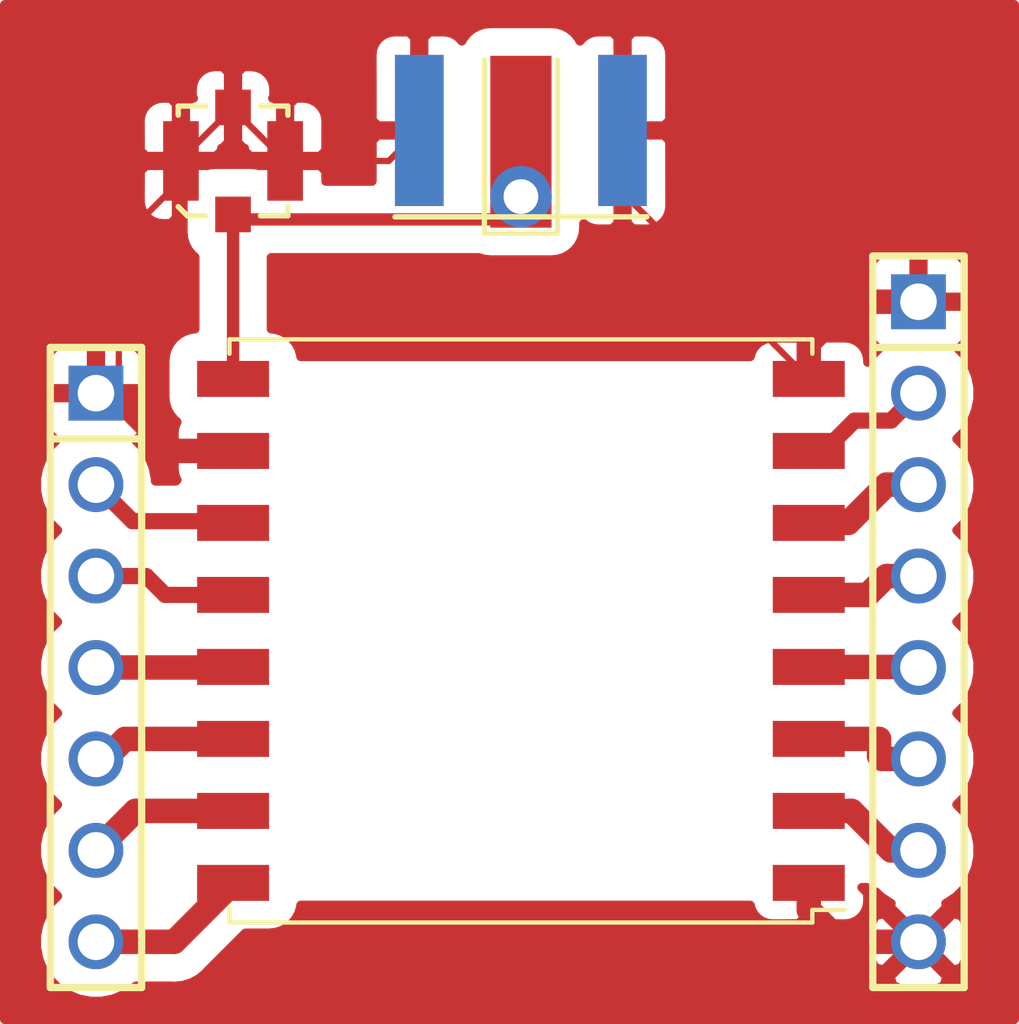
<source format=kicad_pcb>
(kicad_pcb (version 20171130) (host pcbnew "(5.1.9)-1")

  (general
    (thickness 1.6)
    (drawings 0)
    (tracks 57)
    (zones 0)
    (modules 6)
    (nets 15)
  )

  (page A4)
  (layers
    (0 F.Cu signal)
    (31 B.Cu signal)
    (32 B.Adhes user hide)
    (33 F.Adhes user hide)
    (34 B.Paste user hide)
    (35 F.Paste user hide)
    (36 B.SilkS user hide)
    (37 F.SilkS user hide)
    (38 B.Mask user hide)
    (39 F.Mask user hide)
    (40 Dwgs.User user)
    (41 Cmts.User user hide)
    (42 Eco1.User user hide)
    (43 Eco2.User user hide)
    (44 Edge.Cuts user)
    (45 Margin user hide)
    (46 B.CrtYd user hide)
    (47 F.CrtYd user)
    (48 B.Fab user hide)
    (49 F.Fab user hide)
  )

  (setup
    (last_trace_width 0.25)
    (user_trace_width 0.174244)
    (user_trace_width 0.45)
    (user_trace_width 0.68)
    (trace_clearance 0.2)
    (zone_clearance 0.508)
    (zone_45_only yes)
    (trace_min 0.2)
    (via_size 0.8)
    (via_drill 0.4)
    (via_min_size 0.4)
    (via_min_drill 0.3)
    (uvia_size 0.3)
    (uvia_drill 0.1)
    (uvias_allowed no)
    (uvia_min_size 0.2)
    (uvia_min_drill 0.1)
    (edge_width 0.05)
    (segment_width 0.2)
    (pcb_text_width 0.3)
    (pcb_text_size 1.5 1.5)
    (mod_edge_width 0.12)
    (mod_text_size 1 1)
    (mod_text_width 0.15)
    (pad_size 2 1)
    (pad_drill 0)
    (pad_to_mask_clearance 0)
    (aux_axis_origin 0 0)
    (visible_elements 7FFFFFFF)
    (pcbplotparams
      (layerselection 0x010fc_ffffffff)
      (usegerberextensions false)
      (usegerberattributes true)
      (usegerberadvancedattributes true)
      (creategerberjobfile true)
      (excludeedgelayer true)
      (linewidth 0.100000)
      (plotframeref false)
      (viasonmask false)
      (mode 1)
      (useauxorigin false)
      (hpglpennumber 1)
      (hpglpenspeed 20)
      (hpglpendiameter 15.000000)
      (psnegative false)
      (psa4output false)
      (plotreference true)
      (plotvalue true)
      (plotinvisibletext false)
      (padsonsilk false)
      (subtractmaskfromsilk false)
      (outputformat 1)
      (mirror false)
      (drillshape 1)
      (scaleselection 1)
      (outputdirectory ""))
  )

  (net 0 "")
  (net 1 /DIO2)
  (net 2 /DIO1)
  (net 3 /3V3)
  (net 4 /DIO0)
  (net 5 "Net-(P1-Pad3)")
  (net 6 "Net-(P1-Pad2)")
  (net 7 /GND)
  (net 8 /MOSI)
  (net 9 /NSS)
  (net 10 /RST)
  (net 11 "Net-(P2-Pad2)")
  (net 12 /MISO)
  (net 13 /SCK)
  (net 14 "Net-(U1-Pad9)")

  (net_class Default "This is the default net class."
    (clearance 0.2)
    (trace_width 0.25)
    (via_dia 0.8)
    (via_drill 0.4)
    (uvia_dia 0.3)
    (uvia_drill 0.1)
    (add_net /3V3)
    (add_net /DIO0)
    (add_net /DIO1)
    (add_net /DIO2)
    (add_net /GND)
    (add_net /MISO)
    (add_net /MOSI)
    (add_net /NSS)
    (add_net /RST)
    (add_net /SCK)
    (add_net "Net-(P1-Pad2)")
    (add_net "Net-(P1-Pad3)")
    (add_net "Net-(P2-Pad2)")
    (add_net "Net-(U1-Pad9)")
  )

  (module Connector:U.FL-R-SMT (layer F.Cu) (tedit 60247CCA) (tstamp 602479C4)
    (at 124.333 93.2434)
    (path /561159A2)
    (attr smd)
    (fp_text reference J1 (at 1.524 2.5146) (layer F.SilkS) hide
      (effects (font (size 1.016 1.016) (thickness 0.2032)))
    )
    (fp_text value u.FL (at 0 3.81) (layer F.Fab) hide
      (effects (font (size 1.016 1.016) (thickness 0.2032)))
    )
    (fp_line (start 1.524 1.27) (end 1.524 1.524) (layer F.SilkS) (width 0.15))
    (fp_line (start -1.524 -1.524) (end -1.524 -1.27) (layer F.SilkS) (width 0.15))
    (fp_line (start 1.524 -1.524) (end 1.524 -1.27) (layer F.SilkS) (width 0.15))
    (fp_line (start -1.27 1.524) (end -0.762 1.524) (layer F.SilkS) (width 0.15))
    (fp_line (start -1.524 1.27) (end -1.27 1.524) (layer F.SilkS) (width 0.15))
    (fp_line (start -1.524 -1.524) (end -0.762 -1.524) (layer F.SilkS) (width 0.15))
    (fp_line (start 0.762 1.524) (end 1.524 1.524) (layer F.SilkS) (width 0.15))
    (fp_line (start 0.762 -1.524) (end 1.524 -1.524) (layer F.SilkS) (width 0.15))
    (pad 3 smd rect (at 0 -1.4859) (size 0.9906 0.9906) (layers F.Cu F.Paste F.Mask)
      (net 7 /GND))
    (pad 2 smd rect (at -1.4478 0) (size 0.9906 2.2098) (layers F.Cu F.Paste F.Mask)
      (net 7 /GND))
    (pad 4 smd rect (at 1.4478 0) (size 0.9906 2.2098) (layers F.Cu F.Paste F.Mask)
      (net 7 /GND))
    (pad 1 smd rect (at 0 1.4859) (size 0.9906 0.9906) (layers F.Cu F.Paste F.Mask))
    (model C:/Engineering/KiCAD_Libraries/3D/Connectors/RF/VRML/UFL-R-SMT.wrl_
      (at (xyz 0 0 0))
      (scale (xyz 1 1 1))
      (rotate (xyz 0 0 0))
    )
  )

  (module Passive:ANTENNA_HELICAL_RA (layer F.Cu) (tedit 5AC91881) (tstamp 6024E84E)
    (at 132.334 94.234)
    (path /56130BF5)
    (fp_text reference AE1 (at 0 1.778) (layer F.SilkS) hide
      (effects (font (size 1.016 1.016) (thickness 0.2032)))
    )
    (fp_text value Antenna_Helical_RA (at 0 1.778) (layer F.SilkS) hide
      (effects (font (size 1.016 1.016) (thickness 0.2032)))
    )
    (fp_line (start 1.016 1.016) (end 1.016 -3.81) (layer F.SilkS) (width 0.15))
    (fp_line (start -1.016 -3.81) (end -1.016 1.016) (layer F.SilkS) (width 0.15))
    (fp_line (start -1.016 1.016) (end 1.016 1.016) (layer F.SilkS) (width 0.15))
    (pad 1 smd rect (at 0 -1.524) (size 1.7018 4.7752) (layers F.Cu F.Mask))
    (pad 1 thru_hole circle (at 0 0) (size 1.7018 1.7018) (drill 0.9652) (layers *.Cu *.Mask))
    (model C:/Engineering/KiCAD_Libraries/3D/Discrete/Passive/Antenna/VRML/SW868-TH13.wrl_
      (at (xyz 0 0 0))
      (scale (xyz 1 1 1))
      (rotate (xyz 0 0 0))
    )
  )

  (module Connector:SMA_EDGE (layer F.Cu) (tedit 60247C92) (tstamp 60247C98)
    (at 132.334 90.297 270)
    (path /561309D6)
    (fp_text reference J2 (at 1.143 4.572) (layer F.SilkS) hide
      (effects (font (size 1.016 1.016) (thickness 0.2032)))
    )
    (fp_text value SMA (at 2.1 4.5 270) (layer F.Fab)
      (effects (font (size 1.016 1.016) (thickness 0.2032)))
    )
    (fp_line (start 0.2 -3.8) (end 1.2 -4.7) (layer F.Fab) (width 0.127))
    (fp_line (start 0.2 -3.8) (end 0.7 -4) (layer F.Fab) (width 0.127))
    (fp_line (start 0.2 -3.8) (end 0.4 -4.2) (layer F.Fab) (width 0.127))
    (fp_line (start 0 -3.5) (end 0 3.5) (layer F.Fab) (width 0.127))
    (fp_line (start 4.5 -3.5) (end 4.5 3.5) (layer F.SilkS) (width 0.15))
    (fp_text user "PCB Edge" (at 3.1 -5 270) (layer F.Fab) hide
      (effects (font (size 0.5 0.5) (thickness 0.1)))
    )
    (pad 1 connect rect (at 1.9 0 270) (size 3.6 1.27) (layers F.Cu F.Mask))
    (pad 3 connect rect (at 2.1 2.825 270) (size 4.199999 1.35) (layers F.Cu F.Mask)
      (net 7 /GND))
    (pad 2 connect rect (at 2.1 -2.825 270) (size 4.199999 1.35) (layers F.Cu F.Mask)
      (net 7 /GND))
    (pad "" connect rect (at 2.1 -2.825 270) (size 4.2 1.35) (layers B.Cu B.Mask))
    (pad "" connect rect (at 2.1 2.825 270) (size 4.2 1.35) (layers B.Cu B.Mask))
    (model C:/Engineering/KiCAD_Libraries/3D/Connectors/RF/VRML/SMA_EDGE.wrl
      (at (xyz 0 0 0))
      (scale (xyz 1 1 1))
      (rotate (xyz 0 0 0))
    )
  )

  (module Header:HEADER_M_2.54MM_1R7P_ST_AU_PTH (layer F.Cu) (tedit 5483E3A0) (tstamp 6024E41D)
    (at 120.523 107.315 270)
    (tags Header)
    (path /60249194)
    (fp_text reference P1 (at 0 2.54 90) (layer F.SilkS) hide
      (effects (font (size 1.016 1.016) (thickness 0.127)))
    )
    (fp_text value H1 (at 0 -2.54 90) (layer F.SilkS) hide
      (effects (font (size 1.016 1.016) (thickness 0.127)))
    )
    (fp_line (start 3.81 1.27) (end 8.89 1.27) (layer F.SilkS) (width 0.2032))
    (fp_line (start 3.81 -1.27) (end 8.89 -1.27) (layer F.SilkS) (width 0.2032))
    (fp_line (start -1.27 1.27) (end 3.81 1.27) (layer F.SilkS) (width 0.2032))
    (fp_line (start -1.27 -1.27) (end 3.81 -1.27) (layer F.SilkS) (width 0.2032))
    (fp_line (start -6.35 -1.27) (end -6.35 1.27) (layer F.SilkS) (width 0.2032))
    (fp_line (start -8.89 -1.27) (end -8.89 1.27) (layer F.SilkS) (width 0.2032))
    (fp_line (start -8.89 1.27) (end -1.27 1.27) (layer F.SilkS) (width 0.2032))
    (fp_line (start 8.89 1.27) (end 8.89 -1.27) (layer F.SilkS) (width 0.2032))
    (fp_line (start -1.27 -1.27) (end -8.89 -1.27) (layer F.SilkS) (width 0.2032))
    (pad 7 thru_hole circle (at 7.62 0 270) (size 1.524 1.524) (drill 1.016) (layers *.Cu *.Mask)
      (net 1 /DIO2))
    (pad 6 thru_hole circle (at 5.08 0 270) (size 1.524 1.524) (drill 1.016) (layers *.Cu *.Mask)
      (net 2 /DIO1))
    (pad 4 thru_hole circle (at 0 0 270) (size 1.524 1.524) (drill 1.016) (layers *.Cu *.Mask)
      (net 3 /3V3))
    (pad 5 thru_hole circle (at 2.54 0 270) (size 1.524 1.524) (drill 1.016) (layers *.Cu *.Mask)
      (net 4 /DIO0))
    (pad 3 thru_hole circle (at -2.54 0 270) (size 1.524 1.524) (drill 1.016) (layers *.Cu *.Mask)
      (net 5 "Net-(P1-Pad3)"))
    (pad 2 thru_hole circle (at -5.08 0 270) (size 1.524 1.524) (drill 1.016) (layers *.Cu *.Mask)
      (net 6 "Net-(P1-Pad2)"))
    (pad 1 thru_hole rect (at -7.62 0 270) (size 1.524 1.524) (drill 1.016) (layers *.Cu *.Mask)
      (net 7 /GND))
    (model C:/Engineering/KiCAD_Libraries/3D/Headers/VRML/HEADER_M_2.54MM_1R7P_ST_AU_PTH.wrl
      (at (xyz 0 0 0))
      (scale (xyz 1 1 1))
      (rotate (xyz 0 0 0))
    )
  )

  (module Header:HEADER_M_2.54MM_1R8P_ST_AU_PTH (layer F.Cu) (tedit 5483E539) (tstamp 6024E35E)
    (at 143.383 106.045 270)
    (tags Header)
    (path /6024B676)
    (fp_text reference P2 (at 0 2.286 90) (layer F.SilkS) hide
      (effects (font (size 1.016 1.016) (thickness 0.127)))
    )
    (fp_text value H2 (at 0 -2.159 90) (layer F.SilkS) hide
      (effects (font (size 1.016 1.016) (thickness 0.127)))
    )
    (fp_line (start 5.08 1.27) (end 10.16 1.27) (layer F.SilkS) (width 0.2032))
    (fp_line (start 5.08 -1.27) (end 10.16 -1.27) (layer F.SilkS) (width 0.2032))
    (fp_line (start 0 1.27) (end 5.08 1.27) (layer F.SilkS) (width 0.2032))
    (fp_line (start 0 -1.27) (end 5.08 -1.27) (layer F.SilkS) (width 0.2032))
    (fp_line (start -2.54 -1.27) (end 0 -1.27) (layer F.SilkS) (width 0.2032))
    (fp_line (start -2.54 1.27) (end 0 1.27) (layer F.SilkS) (width 0.2032))
    (fp_line (start -5.08 1.27) (end -2.54 1.27) (layer F.SilkS) (width 0.2032))
    (fp_line (start -5.08 -1.27) (end -2.54 -1.27) (layer F.SilkS) (width 0.2032))
    (fp_line (start 10.16 -1.27) (end 10.16 1.27) (layer F.SilkS) (width 0.2032))
    (fp_line (start -7.62 -1.27) (end -5.08 -1.27) (layer F.SilkS) (width 0.2032))
    (fp_line (start -7.62 1.27) (end -5.08 1.27) (layer F.SilkS) (width 0.2032))
    (fp_line (start -10.16 1.27) (end -7.62 1.27) (layer F.SilkS) (width 0.2032))
    (fp_line (start -10.16 -1.27) (end -7.62 -1.27) (layer F.SilkS) (width 0.2032))
    (fp_line (start -10.16 1.27) (end -10.16 -1.27) (layer F.SilkS) (width 0.2032))
    (fp_line (start -7.62 -1.27) (end -7.62 1.27) (layer F.SilkS) (width 0.2032))
    (pad 6 thru_hole circle (at 3.81 0 270) (size 1.524 1.524) (drill 1.016) (layers *.Cu *.Mask)
      (net 8 /MOSI))
    (pad 4 thru_hole circle (at -1.27 0 270) (size 1.524 1.524) (drill 1.016) (layers *.Cu *.Mask)
      (net 9 /NSS))
    (pad 3 thru_hole circle (at -3.81 0 270) (size 1.524 1.524) (drill 1.016) (layers *.Cu *.Mask)
      (net 10 /RST))
    (pad 2 thru_hole circle (at -6.35 0 270) (size 1.524 1.524) (drill 1.016) (layers *.Cu *.Mask)
      (net 11 "Net-(P2-Pad2)"))
    (pad 1 thru_hole rect (at -8.89 0 270) (size 1.524 1.524) (drill 1.016) (layers *.Cu *.Mask)
      (net 7 /GND))
    (pad 7 thru_hole circle (at 6.35 0 270) (size 1.524 1.524) (drill 1.016) (layers *.Cu *.Mask)
      (net 12 /MISO))
    (pad 8 thru_hole circle (at 8.89 0 270) (size 1.524 1.524) (drill 1.016) (layers *.Cu *.Mask)
      (net 7 /GND))
    (pad 5 thru_hole circle (at 1.27 0 270) (size 1.524 1.524) (drill 1.016) (layers *.Cu *.Mask)
      (net 13 /SCK))
    (model C:/Engineering/KiCAD_Libraries/3D/Headers/VRML/HEADER_M_2.54MM_1R8P_ST_AU_PTH.wrl
      (at (xyz 0 0 0))
      (scale (xyz 1 1 1))
      (rotate (xyz 0 0 0))
    )
  )

  (module RF_Module:HOPERF_RFM9XW_SMD (layer F.Cu) (tedit 60247DD1) (tstamp 6024DFB8)
    (at 132.334 106.299 180)
    (descr "Low Power Long Range Transceiver Module SMD-16 (https://www.hoperf.com/data/upload/portal/20181127/5bfcbea20e9ef.pdf)")
    (tags "LoRa Low Power Long Range Transceiver Module")
    (path /60254BE6)
    (attr smd)
    (fp_text reference U1 (at 0 -9.2) (layer F.SilkS) hide
      (effects (font (size 1 1) (thickness 0.15)))
    )
    (fp_text value RFM95 (at 0 9.5) (layer F.Fab) hide
      (effects (font (size 1 1) (thickness 0.15)))
    )
    (fp_line (start -7 -8) (end 8 -8) (layer F.Fab) (width 0.1))
    (fp_line (start 8 8) (end 8 -8) (layer F.Fab) (width 0.1))
    (fp_line (start -8 8) (end 8 8) (layer F.Fab) (width 0.1))
    (fp_line (start -8 8) (end -8 -7) (layer F.Fab) (width 0.1))
    (fp_line (start -9.25 -8.25) (end 9.25 -8.25) (layer F.CrtYd) (width 0.05))
    (fp_line (start 9.25 -8.25) (end 9.25 8.25) (layer F.CrtYd) (width 0.05))
    (fp_line (start -9.25 8.25) (end 9.25 8.25) (layer F.CrtYd) (width 0.05))
    (fp_line (start -9.25 8.25) (end -9.25 -8.25) (layer F.CrtYd) (width 0.05))
    (fp_line (start -8.1 -8.1) (end 8.1 -8.1) (layer F.SilkS) (width 0.12))
    (fp_line (start 8.1 -8.1) (end 8.1 -7.7) (layer F.SilkS) (width 0.12))
    (fp_line (start -8.1 7.7) (end -8.1 8.1) (layer F.SilkS) (width 0.12))
    (fp_line (start -8.1 8.1) (end 8.1 8.1) (layer F.SilkS) (width 0.12))
    (fp_line (start 8.1 8.1) (end 8.1 7.7) (layer F.SilkS) (width 0.12))
    (fp_line (start -8.1 -8.1) (end -8.1 -7.75) (layer F.SilkS) (width 0.12))
    (fp_line (start -8.1 -7.75) (end -9 -7.75) (layer F.SilkS) (width 0.12))
    (fp_line (start -7 -8) (end -8 -7) (layer F.Fab) (width 0.1))
    (fp_text user %R (at 0 0) (layer F.Fab) hide
      (effects (font (size 1 1) (thickness 0.15)))
    )
    (pad 1 smd rect (at -8 -7 180) (size 2 1) (layers F.Cu F.Paste F.Mask)
      (net 7 /GND))
    (pad 2 smd rect (at -8 -5 180) (size 2 1) (layers F.Cu F.Paste F.Mask)
      (net 12 /MISO))
    (pad 3 smd rect (at -8 -3 180) (size 2 1) (layers F.Cu F.Paste F.Mask)
      (net 8 /MOSI))
    (pad 4 smd rect (at -8 -1 180) (size 2 1) (layers F.Cu F.Paste F.Mask)
      (net 13 /SCK))
    (pad 5 smd rect (at -8 1 180) (size 2 1) (layers F.Cu F.Paste F.Mask)
      (net 9 /NSS))
    (pad 6 smd rect (at -8 3 180) (size 2 1) (layers F.Cu F.Paste F.Mask)
      (net 10 /RST))
    (pad 7 smd rect (at -8 5 180) (size 2 1) (layers F.Cu F.Paste F.Mask)
      (net 11 "Net-(P2-Pad2)"))
    (pad 8 smd rect (at -8 7 180) (size 2 1) (layers F.Cu F.Paste F.Mask)
      (net 7 /GND))
    (pad 9 smd rect (at 8 7 180) (size 2 1) (layers F.Cu F.Paste F.Mask)
      (net 14 "Net-(U1-Pad9)"))
    (pad 10 smd rect (at 8 5 180) (size 2 1) (layers F.Cu F.Paste F.Mask)
      (net 7 /GND))
    (pad 11 smd rect (at 8 3 180) (size 2 1) (layers F.Cu F.Paste F.Mask)
      (net 6 "Net-(P1-Pad2)"))
    (pad 12 smd rect (at 8 1 180) (size 2 1) (layers F.Cu F.Paste F.Mask)
      (net 5 "Net-(P1-Pad3)"))
    (pad 13 smd rect (at 8 -1 180) (size 2 1) (layers F.Cu F.Paste F.Mask)
      (net 3 /3V3))
    (pad 14 smd rect (at 8 -3 180) (size 2 1) (layers F.Cu F.Paste F.Mask)
      (net 4 /DIO0))
    (pad 15 smd rect (at 8 -5 180) (size 2 1) (layers F.Cu F.Paste F.Mask)
      (net 2 /DIO1))
    (pad 16 smd rect (at 8 -7 180) (size 2 1) (layers F.Cu F.Paste F.Mask)
      (net 1 /DIO2))
    (model ${KISYS3DMOD}/RF_Module.3dshapes/HOPERF_RFM9XW_SMD.wrl
      (at (xyz 0 0 0))
      (scale (xyz 1 1 1))
      (rotate (xyz 0 0 0))
    )
  )

  (segment (start 131.699 94.869) (end 124.5997 94.869) (width 0.3429) (layer F.Cu) (net 0) (tstamp 60247A22))
  (segment (start 132.334 94.234) (end 131.699 94.869) (width 0.3429) (layer F.Cu) (net 0) (tstamp 60247C2E))
  (segment (start 132.334 94.234) (end 132.334 92.71) (width 0.3429) (layer F.Cu) (net 0) (tstamp 60247C4D))
  (segment (start 122.698 114.935) (end 124.334 113.299) (width 0.68) (layer F.Cu) (net 1))
  (segment (start 120.523 114.935) (end 122.698 114.935) (width 0.68) (layer F.Cu) (net 1))
  (segment (start 121.619 111.299) (end 124.334 111.299) (width 0.68) (layer F.Cu) (net 2))
  (segment (start 120.523 112.395) (end 121.619 111.299) (width 0.68) (layer F.Cu) (net 2))
  (segment (start 124.318 107.315) (end 124.334 107.299) (width 0.68) (layer F.Cu) (net 3))
  (segment (start 120.523 107.315) (end 124.318 107.315) (width 0.68) (layer F.Cu) (net 3))
  (segment (start 120.523 109.855) (end 120.777 109.855) (width 0.68) (layer F.Cu) (net 4))
  (segment (start 121.333 109.299) (end 124.334 109.299) (width 0.68) (layer F.Cu) (net 4))
  (segment (start 120.777 109.855) (end 121.333 109.299) (width 0.68) (layer F.Cu) (net 4))
  (segment (start 120.523 104.775) (end 121.92 104.775) (width 0.45) (layer F.Cu) (net 5))
  (segment (start 122.444 105.299) (end 124.334 105.299) (width 0.45) (layer F.Cu) (net 5))
  (segment (start 121.92 104.775) (end 122.444 105.299) (width 0.45) (layer F.Cu) (net 5))
  (segment (start 120.523 102.235) (end 121.539 103.251) (width 0.45) (layer F.Cu) (net 6))
  (segment (start 124.286 103.251) (end 124.334 103.299) (width 0.45) (layer F.Cu) (net 6))
  (segment (start 121.539 103.251) (end 124.286 103.251) (width 0.45) (layer F.Cu) (net 6))
  (segment (start 122.8852 93.2053) (end 124.333 91.7575) (width 0.174244) (layer F.Cu) (net 7))
  (segment (start 122.8852 93.2434) (end 122.8852 93.2053) (width 0.174244) (layer F.Cu) (net 7))
  (segment (start 124.333 91.7956) (end 125.7808 93.2434) (width 0.174244) (layer F.Cu) (net 7))
  (segment (start 140.334 99.299) (end 140.334 98.299) (width 0.68) (layer F.Cu) (net 7))
  (segment (start 141.478 97.155) (end 143.383 97.155) (width 0.68) (layer F.Cu) (net 7))
  (segment (start 140.334 98.299) (end 141.478 97.155) (width 0.68) (layer F.Cu) (net 7))
  (segment (start 140.334 113.299) (end 140.334 114.045) (width 0.68) (layer F.Cu) (net 7))
  (segment (start 141.224 114.935) (end 143.383 114.935) (width 0.68) (layer F.Cu) (net 7))
  (segment (start 140.334 114.045) (end 141.224 114.935) (width 0.68) (layer F.Cu) (net 7))
  (segment (start 120.523 99.695) (end 121.031 99.695) (width 0.68) (layer F.Cu) (net 7))
  (segment (start 122.635 101.299) (end 124.334 101.299) (width 0.68) (layer F.Cu) (net 7))
  (segment (start 121.031 99.695) (end 122.635 101.299) (width 0.68) (layer F.Cu) (net 7))
  (segment (start 120.523 99.695) (end 121.158 99.695) (width 0.174244) (layer F.Cu) (net 7))
  (segment (start 121.158 95.499875) (end 123.149838 93.508037) (width 0.174244) (layer F.Cu) (net 7))
  (segment (start 121.158 99.695) (end 121.158 95.499875) (width 0.174244) (layer F.Cu) (net 7))
  (segment (start 135.159 94.124) (end 140.334 99.299) (width 0.174244) (layer F.Cu) (net 7))
  (segment (start 135.159 92.397) (end 135.159 94.124) (width 0.174244) (layer F.Cu) (net 7))
  (segment (start 128.6626 93.2434) (end 129.509 92.397) (width 0.174244) (layer F.Cu) (net 7))
  (segment (start 125.7808 93.2434) (end 128.6626 93.2434) (width 0.174244) (layer F.Cu) (net 7))
  (segment (start 142.367 109.855) (end 143.383 109.855) (width 0.68) (layer F.Cu) (net 8))
  (segment (start 142.288 109.776) (end 142.367 109.855) (width 0.68) (layer F.Cu) (net 8))
  (segment (start 142.288 109.299) (end 142.288 109.776) (width 0.68) (layer F.Cu) (net 8))
  (segment (start 140.334 109.299) (end 142.288 109.299) (width 0.68) (layer F.Cu) (net 8))
  (segment (start 140.334 105.299) (end 141.97 105.299) (width 0.68) (layer F.Cu) (net 9))
  (segment (start 142.494 104.775) (end 143.383 104.775) (width 0.68) (layer F.Cu) (net 9))
  (segment (start 141.97 105.299) (end 142.494 104.775) (width 0.68) (layer F.Cu) (net 9))
  (segment (start 140.334 103.299) (end 141.43 103.299) (width 0.68) (layer F.Cu) (net 10))
  (segment (start 142.494 102.235) (end 143.383 102.235) (width 0.68) (layer F.Cu) (net 10))
  (segment (start 141.43 103.299) (end 142.494 102.235) (width 0.68) (layer F.Cu) (net 10))
  (segment (start 140.334 101.299) (end 140.763 101.299) (width 0.45) (layer F.Cu) (net 11))
  (segment (start 140.763 101.299) (end 141.605 100.457) (width 0.45) (layer F.Cu) (net 11))
  (segment (start 142.621001 100.456999) (end 143.383 99.695) (width 0.45) (layer F.Cu) (net 11))
  (segment (start 141.605 100.457) (end 142.621001 100.456999) (width 0.45) (layer F.Cu) (net 11))
  (segment (start 140.334 111.299) (end 141.525 111.299) (width 0.68) (layer F.Cu) (net 12))
  (segment (start 142.621 112.395) (end 143.383 112.395) (width 0.68) (layer F.Cu) (net 12))
  (segment (start 141.525 111.299) (end 142.621 112.395) (width 0.68) (layer F.Cu) (net 12))
  (segment (start 143.367 107.299) (end 143.383 107.315) (width 0.68) (layer F.Cu) (net 13))
  (segment (start 140.334 107.299) (end 143.367 107.299) (width 0.68) (layer F.Cu) (net 13))
  (segment (start 124.334 94.7303) (end 124.334 99.299) (width 0.3429) (layer F.Cu) (net 14) (tstamp 60247949))

  (zone (net 7) (net_name /GND) (layer F.Cu) (tstamp 0) (hatch edge 0.508)
    (connect_pads (clearance 0.762))
    (min_thickness 0.254)
    (fill yes (arc_segments 32) (thermal_gap 0.508) (thermal_bridge_width 0.508))
    (polygon
      (pts
        (xy 146.177 117.221) (xy 117.856 117.221) (xy 117.856 88.773) (xy 146.177 88.773)
      )
    )
    (filled_polygon
      (pts
        (xy 146.05 117.094) (xy 117.983 117.094) (xy 117.983 102.072391) (xy 118.872 102.072391) (xy 118.872 102.397609)
        (xy 118.935447 102.716579) (xy 119.059903 103.017042) (xy 119.240585 103.287451) (xy 119.458134 103.505) (xy 119.240585 103.722549)
        (xy 119.059903 103.992958) (xy 118.935447 104.293421) (xy 118.872 104.612391) (xy 118.872 104.937609) (xy 118.935447 105.256579)
        (xy 119.059903 105.557042) (xy 119.240585 105.827451) (xy 119.458134 106.045) (xy 119.240585 106.262549) (xy 119.059903 106.532958)
        (xy 118.935447 106.833421) (xy 118.872 107.152391) (xy 118.872 107.477609) (xy 118.935447 107.796579) (xy 119.059903 108.097042)
        (xy 119.240585 108.367451) (xy 119.458134 108.585) (xy 119.240585 108.802549) (xy 119.059903 109.072958) (xy 118.935447 109.373421)
        (xy 118.872 109.692391) (xy 118.872 110.017609) (xy 118.935447 110.336579) (xy 119.059903 110.637042) (xy 119.240585 110.907451)
        (xy 119.458134 111.125) (xy 119.240585 111.342549) (xy 119.059903 111.612958) (xy 118.935447 111.913421) (xy 118.872 112.232391)
        (xy 118.872 112.557609) (xy 118.935447 112.876579) (xy 119.059903 113.177042) (xy 119.240585 113.447451) (xy 119.458134 113.665)
        (xy 119.240585 113.882549) (xy 119.059903 114.152958) (xy 118.935447 114.453421) (xy 118.872 114.772391) (xy 118.872 115.097609)
        (xy 118.935447 115.416579) (xy 119.059903 115.717042) (xy 119.240585 115.987451) (xy 119.470549 116.217415) (xy 119.740958 116.398097)
        (xy 120.041421 116.522553) (xy 120.360391 116.586) (xy 120.685609 116.586) (xy 121.004579 116.522553) (xy 121.305042 116.398097)
        (xy 121.575451 116.217415) (xy 121.628866 116.164) (xy 122.637631 116.164) (xy 122.698 116.169946) (xy 122.758369 116.164)
        (xy 122.758371 116.164) (xy 122.938926 116.146217) (xy 123.170593 116.075941) (xy 123.384099 115.96182) (xy 123.458738 115.900565)
        (xy 142.59704 115.900565) (xy 142.66402 116.140656) (xy 142.913048 116.257756) (xy 143.180135 116.324023) (xy 143.455017 116.33691)
        (xy 143.727133 116.295922) (xy 143.986023 116.202636) (xy 144.10198 116.140656) (xy 144.16896 115.900565) (xy 143.383 115.114605)
        (xy 142.59704 115.900565) (xy 123.458738 115.900565) (xy 123.571239 115.808239) (xy 123.609731 115.761336) (xy 124.36405 115.007017)
        (xy 141.98109 115.007017) (xy 142.022078 115.279133) (xy 142.115364 115.538023) (xy 142.177344 115.65398) (xy 142.417435 115.72096)
        (xy 143.203395 114.935) (xy 143.562605 114.935) (xy 144.348565 115.72096) (xy 144.588656 115.65398) (xy 144.705756 115.404952)
        (xy 144.772023 115.137865) (xy 144.78491 114.862983) (xy 144.743922 114.590867) (xy 144.650636 114.331977) (xy 144.588656 114.21602)
        (xy 144.348565 114.14904) (xy 143.562605 114.935) (xy 143.203395 114.935) (xy 142.417435 114.14904) (xy 142.177344 114.21602)
        (xy 142.060244 114.465048) (xy 141.993977 114.732135) (xy 141.98109 115.007017) (xy 124.36405 115.007017) (xy 124.678767 114.692301)
        (xy 125.334 114.692301) (xy 125.508274 114.675136) (xy 125.675851 114.624303) (xy 125.830291 114.541753) (xy 125.965659 114.430659)
        (xy 126.076753 114.295291) (xy 126.159303 114.140851) (xy 126.210136 113.973274) (xy 126.215482 113.919) (xy 138.707747 113.919)
        (xy 138.708188 113.923482) (xy 138.744498 114.04318) (xy 138.803463 114.153494) (xy 138.882815 114.250185) (xy 138.979506 114.329537)
        (xy 139.08982 114.388502) (xy 139.209518 114.424812) (xy 139.334 114.437072) (xy 140.04825 114.434) (xy 140.207 114.27525)
        (xy 140.207 113.426) (xy 140.187 113.426) (xy 140.187 113.172) (xy 140.207 113.172) (xy 140.207 113.152)
        (xy 140.461 113.152) (xy 140.461 113.172) (xy 140.481 113.172) (xy 140.481 113.426) (xy 140.461 113.426)
        (xy 140.461 114.27525) (xy 140.61975 114.434) (xy 141.334 114.437072) (xy 141.458482 114.424812) (xy 141.57818 114.388502)
        (xy 141.688494 114.329537) (xy 141.785185 114.250185) (xy 141.864537 114.153494) (xy 141.923502 114.04318) (xy 141.959812 113.923482)
        (xy 141.972072 113.799) (xy 141.969 113.58475) (xy 141.810252 113.426002) (xy 141.942724 113.426002) (xy 141.982853 113.447451)
        (xy 142.148407 113.535941) (xy 142.206783 113.553649) (xy 142.330549 113.677415) (xy 142.600958 113.858097) (xy 142.625289 113.868175)
        (xy 142.59704 113.969435) (xy 143.383 114.755395) (xy 144.16896 113.969435) (xy 144.140711 113.868175) (xy 144.165042 113.858097)
        (xy 144.435451 113.677415) (xy 144.665415 113.447451) (xy 144.846097 113.177042) (xy 144.970553 112.876579) (xy 145.034 112.557609)
        (xy 145.034 112.232391) (xy 144.970553 111.913421) (xy 144.846097 111.612958) (xy 144.665415 111.342549) (xy 144.447866 111.125)
        (xy 144.665415 110.907451) (xy 144.846097 110.637042) (xy 144.970553 110.336579) (xy 145.034 110.017609) (xy 145.034 109.692391)
        (xy 144.970553 109.373421) (xy 144.846097 109.072958) (xy 144.665415 108.802549) (xy 144.447866 108.585) (xy 144.665415 108.367451)
        (xy 144.846097 108.097042) (xy 144.970553 107.796579) (xy 145.034 107.477609) (xy 145.034 107.152391) (xy 144.970553 106.833421)
        (xy 144.846097 106.532958) (xy 144.665415 106.262549) (xy 144.447866 106.045) (xy 144.665415 105.827451) (xy 144.846097 105.557042)
        (xy 144.970553 105.256579) (xy 145.034 104.937609) (xy 145.034 104.612391) (xy 144.970553 104.293421) (xy 144.846097 103.992958)
        (xy 144.665415 103.722549) (xy 144.447866 103.505) (xy 144.665415 103.287451) (xy 144.846097 103.017042) (xy 144.970553 102.716579)
        (xy 145.034 102.397609) (xy 145.034 102.072391) (xy 144.970553 101.753421) (xy 144.846097 101.452958) (xy 144.665415 101.182549)
        (xy 144.447866 100.965) (xy 144.665415 100.747451) (xy 144.846097 100.477042) (xy 144.970553 100.176579) (xy 145.034 99.857609)
        (xy 145.034 99.532391) (xy 144.970553 99.213421) (xy 144.846097 98.912958) (xy 144.665415 98.642549) (xy 144.480536 98.45767)
        (xy 144.499494 98.447537) (xy 144.596185 98.368185) (xy 144.675537 98.271494) (xy 144.734502 98.16118) (xy 144.770812 98.041482)
        (xy 144.783072 97.917) (xy 144.78 97.44075) (xy 144.62125 97.282) (xy 143.51 97.282) (xy 143.51 97.302)
        (xy 143.256 97.302) (xy 143.256 97.282) (xy 142.14475 97.282) (xy 141.986 97.44075) (xy 141.982928 97.917)
        (xy 141.995188 98.041482) (xy 142.031498 98.16118) (xy 142.090463 98.271494) (xy 142.169815 98.368185) (xy 142.266506 98.447537)
        (xy 142.285464 98.45767) (xy 142.100585 98.642549) (xy 141.971546 98.835669) (xy 141.972072 98.799) (xy 141.959812 98.674518)
        (xy 141.923502 98.55482) (xy 141.864537 98.444506) (xy 141.785185 98.347815) (xy 141.688494 98.268463) (xy 141.57818 98.209498)
        (xy 141.458482 98.173188) (xy 141.334 98.160928) (xy 140.61975 98.164) (xy 140.461 98.32275) (xy 140.461 99.172)
        (xy 140.481 99.172) (xy 140.481 99.426) (xy 140.461 99.426) (xy 140.461 99.446) (xy 140.207 99.446)
        (xy 140.207 99.426) (xy 140.187 99.426) (xy 140.187 99.172) (xy 140.207 99.172) (xy 140.207 98.32275)
        (xy 140.04825 98.164) (xy 139.334 98.160928) (xy 139.209518 98.173188) (xy 139.08982 98.209498) (xy 138.979506 98.268463)
        (xy 138.882815 98.347815) (xy 138.803463 98.444506) (xy 138.744498 98.55482) (xy 138.708188 98.674518) (xy 138.707747 98.679)
        (xy 126.215482 98.679) (xy 126.210136 98.624726) (xy 126.159303 98.457149) (xy 126.076753 98.302709) (xy 125.965659 98.167341)
        (xy 125.830291 98.056247) (xy 125.675851 97.973697) (xy 125.508274 97.922864) (xy 125.39445 97.911653) (xy 125.39445 96.393)
        (xy 141.982928 96.393) (xy 141.986 96.86925) (xy 142.14475 97.028) (xy 143.256 97.028) (xy 143.256 95.91675)
        (xy 143.51 95.91675) (xy 143.51 97.028) (xy 144.62125 97.028) (xy 144.78 96.86925) (xy 144.783072 96.393)
        (xy 144.770812 96.268518) (xy 144.734502 96.14882) (xy 144.675537 96.038506) (xy 144.596185 95.941815) (xy 144.499494 95.862463)
        (xy 144.38918 95.803498) (xy 144.269482 95.767188) (xy 144.145 95.754928) (xy 143.66875 95.758) (xy 143.51 95.91675)
        (xy 143.256 95.91675) (xy 143.09725 95.758) (xy 142.621 95.754928) (xy 142.496518 95.767188) (xy 142.37682 95.803498)
        (xy 142.266506 95.862463) (xy 142.169815 95.941815) (xy 142.090463 96.038506) (xy 142.031498 96.14882) (xy 141.995188 96.268518)
        (xy 141.982928 96.393) (xy 125.39445 96.393) (xy 125.39445 95.92945) (xy 131.162832 95.92945) (xy 131.308826 95.973736)
        (xy 131.4831 95.990901) (xy 133.1849 95.990901) (xy 133.359174 95.973736) (xy 133.526751 95.922903) (xy 133.681191 95.840353)
        (xy 133.816559 95.729259) (xy 133.927653 95.593891) (xy 134.010203 95.439451) (xy 134.061036 95.271874) (xy 134.078201 95.0976)
        (xy 134.078201 94.985431) (xy 134.129506 95.027536) (xy 134.23982 95.086501) (xy 134.359518 95.122811) (xy 134.484 95.135071)
        (xy 134.87325 95.131999) (xy 135.032 94.973249) (xy 135.032 92.524) (xy 135.286 92.524) (xy 135.286 94.973249)
        (xy 135.44475 95.131999) (xy 135.834 95.135071) (xy 135.958482 95.122811) (xy 136.07818 95.086501) (xy 136.188494 95.027536)
        (xy 136.285185 94.948184) (xy 136.364537 94.851493) (xy 136.423502 94.741179) (xy 136.459812 94.621481) (xy 136.472072 94.496999)
        (xy 136.469 92.68275) (xy 136.31025 92.524) (xy 135.286 92.524) (xy 135.032 92.524) (xy 135.012 92.524)
        (xy 135.012 92.27) (xy 135.032 92.27) (xy 135.032 89.820751) (xy 135.286 89.820751) (xy 135.286 92.27)
        (xy 136.31025 92.27) (xy 136.469 92.11125) (xy 136.472072 90.297001) (xy 136.459812 90.172519) (xy 136.423502 90.052821)
        (xy 136.364537 89.942507) (xy 136.285185 89.845816) (xy 136.188494 89.766464) (xy 136.07818 89.707499) (xy 135.958482 89.671189)
        (xy 135.834 89.658929) (xy 135.44475 89.662001) (xy 135.286 89.820751) (xy 135.032 89.820751) (xy 134.87325 89.662001)
        (xy 134.484 89.658929) (xy 134.359518 89.671189) (xy 134.23982 89.707499) (xy 134.129506 89.766464) (xy 134.032815 89.845816)
        (xy 133.97551 89.915643) (xy 133.927653 89.826109) (xy 133.816559 89.690741) (xy 133.681191 89.579647) (xy 133.526751 89.497097)
        (xy 133.359174 89.446264) (xy 133.1849 89.429099) (xy 131.4831 89.429099) (xy 131.308826 89.446264) (xy 131.141249 89.497097)
        (xy 130.986809 89.579647) (xy 130.851441 89.690741) (xy 130.740347 89.826109) (xy 130.69249 89.915643) (xy 130.635185 89.845816)
        (xy 130.538494 89.766464) (xy 130.42818 89.707499) (xy 130.308482 89.671189) (xy 130.184 89.658929) (xy 129.79475 89.662001)
        (xy 129.636 89.820751) (xy 129.636 92.27) (xy 129.656 92.27) (xy 129.656 92.524) (xy 129.636 92.524)
        (xy 129.636 92.544) (xy 129.382 92.544) (xy 129.382 92.524) (xy 128.35775 92.524) (xy 128.199 92.68275)
        (xy 128.197094 93.80855) (xy 126.912148 93.80855) (xy 126.9111 93.52915) (xy 126.75235 93.3704) (xy 125.9078 93.3704)
        (xy 125.9078 93.3904) (xy 125.6538 93.3904) (xy 125.6538 93.3704) (xy 125.0439 93.3704) (xy 125.002574 93.357864)
        (xy 124.8283 93.340699) (xy 123.8377 93.340699) (xy 123.663426 93.357864) (xy 123.6221 93.3704) (xy 123.0122 93.3704)
        (xy 123.0122 93.892798) (xy 122.961564 94.059726) (xy 122.944399 94.234) (xy 122.944399 95.2246) (xy 122.961564 95.398874)
        (xy 123.012397 95.566451) (xy 123.094947 95.720891) (xy 123.206041 95.856259) (xy 123.27355 95.911663) (xy 123.273551 97.911653)
        (xy 123.159726 97.922864) (xy 122.992149 97.973697) (xy 122.837709 98.056247) (xy 122.702341 98.167341) (xy 122.591247 98.302709)
        (xy 122.508697 98.457149) (xy 122.457864 98.624726) (xy 122.440699 98.799) (xy 122.440699 99.799) (xy 122.457864 99.973274)
        (xy 122.508697 100.140851) (xy 122.591247 100.295291) (xy 122.702341 100.430659) (xy 122.777774 100.492566) (xy 122.744498 100.55482)
        (xy 122.708188 100.674518) (xy 122.695928 100.799) (xy 122.699 101.01325) (xy 122.85775 101.172) (xy 124.207 101.172)
        (xy 124.207 101.152) (xy 124.461 101.152) (xy 124.461 101.172) (xy 124.481 101.172) (xy 124.481 101.426)
        (xy 124.461 101.426) (xy 124.461 101.446) (xy 124.207 101.446) (xy 124.207 101.426) (xy 122.85775 101.426)
        (xy 122.699 101.58475) (xy 122.695928 101.799) (xy 122.708188 101.923482) (xy 122.744498 102.04318) (xy 122.777774 102.105434)
        (xy 122.739311 102.137) (xy 122.174 102.137) (xy 122.174 102.072391) (xy 122.110553 101.753421) (xy 121.986097 101.452958)
        (xy 121.805415 101.182549) (xy 121.620536 100.99767) (xy 121.639494 100.987537) (xy 121.736185 100.908185) (xy 121.815537 100.811494)
        (xy 121.874502 100.70118) (xy 121.910812 100.581482) (xy 121.923072 100.457) (xy 121.92 99.98075) (xy 121.76125 99.822)
        (xy 120.65 99.822) (xy 120.65 99.842) (xy 120.396 99.842) (xy 120.396 99.822) (xy 119.28475 99.822)
        (xy 119.126 99.98075) (xy 119.122928 100.457) (xy 119.135188 100.581482) (xy 119.171498 100.70118) (xy 119.230463 100.811494)
        (xy 119.309815 100.908185) (xy 119.406506 100.987537) (xy 119.425464 100.99767) (xy 119.240585 101.182549) (xy 119.059903 101.452958)
        (xy 118.935447 101.753421) (xy 118.872 102.072391) (xy 117.983 102.072391) (xy 117.983 98.933) (xy 119.122928 98.933)
        (xy 119.126 99.40925) (xy 119.28475 99.568) (xy 120.396 99.568) (xy 120.396 98.45675) (xy 120.65 98.45675)
        (xy 120.65 99.568) (xy 121.76125 99.568) (xy 121.92 99.40925) (xy 121.923072 98.933) (xy 121.910812 98.808518)
        (xy 121.874502 98.68882) (xy 121.815537 98.578506) (xy 121.736185 98.481815) (xy 121.639494 98.402463) (xy 121.52918 98.343498)
        (xy 121.409482 98.307188) (xy 121.285 98.294928) (xy 120.80875 98.298) (xy 120.65 98.45675) (xy 120.396 98.45675)
        (xy 120.23725 98.298) (xy 119.761 98.294928) (xy 119.636518 98.307188) (xy 119.51682 98.343498) (xy 119.406506 98.402463)
        (xy 119.309815 98.481815) (xy 119.230463 98.578506) (xy 119.171498 98.68882) (xy 119.135188 98.808518) (xy 119.122928 98.933)
        (xy 117.983 98.933) (xy 117.983 94.3483) (xy 121.751828 94.3483) (xy 121.764088 94.472782) (xy 121.800398 94.59248)
        (xy 121.859363 94.702794) (xy 121.938715 94.799485) (xy 122.035406 94.878837) (xy 122.14572 94.937802) (xy 122.265418 94.974112)
        (xy 122.3899 94.986372) (xy 122.59945 94.9833) (xy 122.7582 94.82455) (xy 122.7582 93.3704) (xy 121.91365 93.3704)
        (xy 121.7549 93.52915) (xy 121.751828 94.3483) (xy 117.983 94.3483) (xy 117.983 92.1385) (xy 121.751828 92.1385)
        (xy 121.7549 92.95765) (xy 121.91365 93.1164) (xy 122.7582 93.1164) (xy 122.7582 91.66225) (xy 123.0122 91.66225)
        (xy 123.0122 93.1164) (xy 123.85675 93.1164) (xy 124.0155 92.95765) (xy 124.01576 92.888262) (xy 124.04725 92.8878)
        (xy 124.206 92.72905) (xy 124.206 91.8845) (xy 124.186 91.8845) (xy 124.186 91.6305) (xy 124.206 91.6305)
        (xy 124.206 90.78595) (xy 124.46 90.78595) (xy 124.46 91.6305) (xy 124.48 91.6305) (xy 124.48 91.8845)
        (xy 124.46 91.8845) (xy 124.46 92.72905) (xy 124.61875 92.8878) (xy 124.65024 92.888262) (xy 124.6505 92.95765)
        (xy 124.80925 93.1164) (xy 125.6538 93.1164) (xy 125.6538 91.66225) (xy 125.9078 91.66225) (xy 125.9078 93.1164)
        (xy 126.75235 93.1164) (xy 126.9111 92.95765) (xy 126.914172 92.1385) (xy 126.901912 92.014018) (xy 126.865602 91.89432)
        (xy 126.806637 91.784006) (xy 126.727285 91.687315) (xy 126.630594 91.607963) (xy 126.52028 91.548998) (xy 126.400582 91.512688)
        (xy 126.2761 91.500428) (xy 126.06655 91.5035) (xy 125.9078 91.66225) (xy 125.6538 91.66225) (xy 125.49505 91.5035)
        (xy 125.432467 91.502583) (xy 125.4633 91.47175) (xy 125.466372 91.2622) (xy 125.454112 91.137718) (xy 125.417802 91.01802)
        (xy 125.358837 90.907706) (xy 125.279485 90.811015) (xy 125.182794 90.731663) (xy 125.07248 90.672698) (xy 124.952782 90.636388)
        (xy 124.8283 90.624128) (xy 124.61875 90.6272) (xy 124.46 90.78595) (xy 124.206 90.78595) (xy 124.04725 90.6272)
        (xy 123.8377 90.624128) (xy 123.713218 90.636388) (xy 123.59352 90.672698) (xy 123.483206 90.731663) (xy 123.386515 90.811015)
        (xy 123.307163 90.907706) (xy 123.248198 91.01802) (xy 123.211888 91.137718) (xy 123.199628 91.2622) (xy 123.2027 91.47175)
        (xy 123.233533 91.502583) (xy 123.17095 91.5035) (xy 123.0122 91.66225) (xy 122.7582 91.66225) (xy 122.59945 91.5035)
        (xy 122.3899 91.500428) (xy 122.265418 91.512688) (xy 122.14572 91.548998) (xy 122.035406 91.607963) (xy 121.938715 91.687315)
        (xy 121.859363 91.784006) (xy 121.800398 91.89432) (xy 121.764088 92.014018) (xy 121.751828 92.1385) (xy 117.983 92.1385)
        (xy 117.983 90.297001) (xy 128.195928 90.297001) (xy 128.199 92.11125) (xy 128.35775 92.27) (xy 129.382 92.27)
        (xy 129.382 89.820751) (xy 129.22325 89.662001) (xy 128.834 89.658929) (xy 128.709518 89.671189) (xy 128.58982 89.707499)
        (xy 128.479506 89.766464) (xy 128.382815 89.845816) (xy 128.303463 89.942507) (xy 128.244498 90.052821) (xy 128.208188 90.172519)
        (xy 128.195928 90.297001) (xy 117.983 90.297001) (xy 117.983 88.9) (xy 146.05 88.9)
      )
    )
  )
  (zone (net 0) (net_name "") (layer F.Cu) (tstamp 0) (hatch full 0.508)
    (connect_pads (clearance 0.508))
    (min_thickness 0.254)
    (keepout (tracks not_allowed) (vias not_allowed) (copperpour not_allowed))
    (fill (arc_segments 32) (thermal_gap 0.508) (thermal_bridge_width 0.508))
    (polygon
      (pts
        (xy 139.319 113.792) (xy 125.349 113.792) (xy 125.349 98.806) (xy 139.319 98.806)
      )
    )
  )
)

</source>
